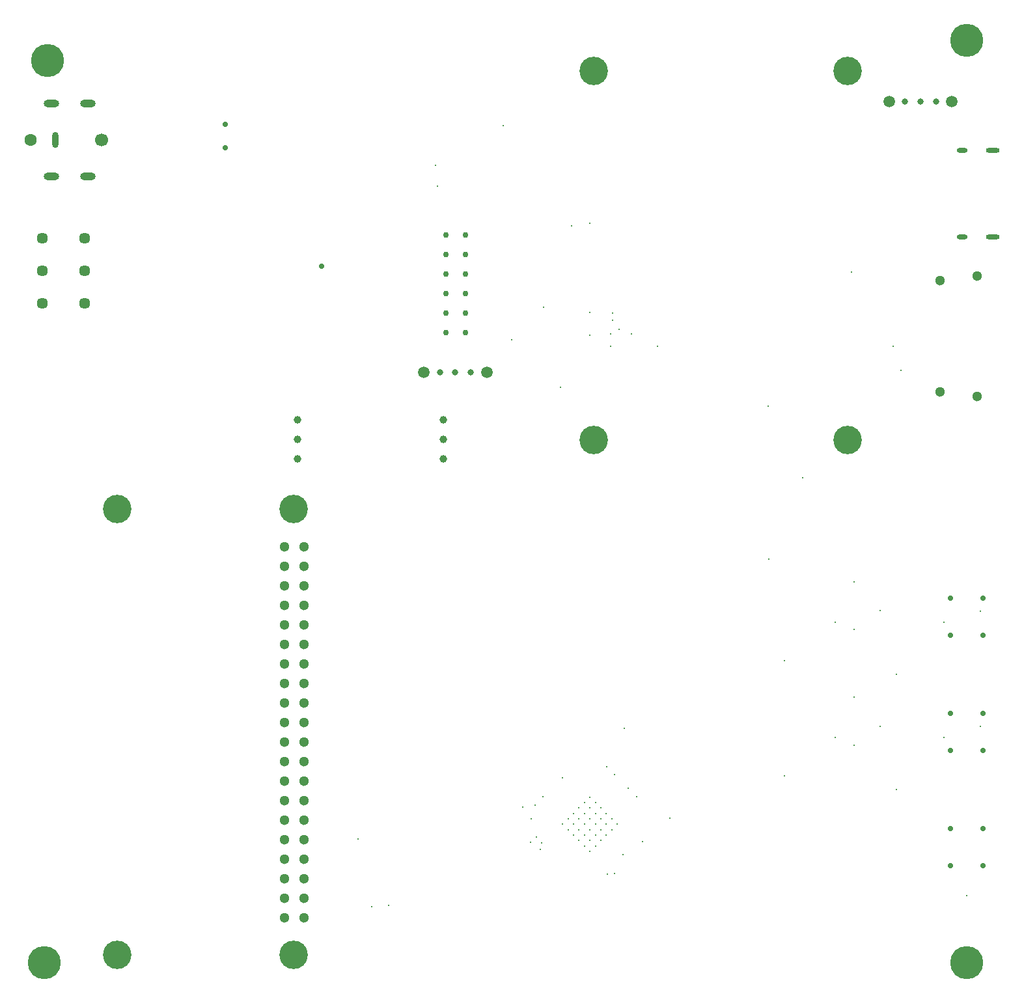
<source format=gbr>
%TF.GenerationSoftware,Altium Limited,Altium Designer,22.2.1 (43)*%
G04 Layer_Color=0*
%FSLAX26Y26*%
%MOIN*%
%TF.SameCoordinates,92DA24ED-A250-4A13-B4DD-B7D196A9CFE6*%
%TF.FilePolarity,Positive*%
%TF.FileFunction,Plated,1,8,PTH,Drill*%
%TF.Part,Single*%
G01*
G75*
%TA.AperFunction,ComponentDrill*%
%ADD179O,0.070866X0.023622*%
%ADD180O,0.055118X0.023622*%
%ADD181O,0.055118X0.023622*%
%ADD182C,0.027559*%
%ADD183C,0.057087*%
%ADD184C,0.051181*%
%ADD185O,0.078740X0.039370*%
%ADD186C,0.066929*%
%ADD187O,0.031496X0.082677*%
%ADD188C,0.062992*%
%ADD189C,0.031496*%
%ADD190C,0.059055*%
%ADD191C,0.039370*%
%ADD192C,0.169291*%
%ADD193C,0.145669*%
%ADD194C,0.030000*%
%TA.AperFunction,ViaDrill,NotFilled*%
%ADD195C,0.011811*%
%ADD196C,0.003937*%
%ADD197C,0.009842*%
%ADD198C,0.007874*%
%ADD199C,0.028000*%
D179*
X6039370Y4896850D02*
D03*
Y5339370D02*
D03*
D180*
X5881890Y4896850D02*
D03*
D181*
Y5339370D02*
D03*
D182*
X5820866Y2858268D02*
D03*
Y3047244D02*
D03*
X5990158D02*
D03*
Y2858268D02*
D03*
X5820866Y1677165D02*
D03*
Y1866142D02*
D03*
X5990158D02*
D03*
Y1677165D02*
D03*
X5820866Y2267716D02*
D03*
Y2456693D02*
D03*
X5990158D02*
D03*
Y2267716D02*
D03*
D183*
X1387795Y4889764D02*
D03*
Y4724409D02*
D03*
Y4559055D02*
D03*
X1171260Y4889764D02*
D03*
Y4724409D02*
D03*
Y4559055D02*
D03*
D184*
X2510866Y1412205D02*
D03*
X2410866D02*
D03*
X2510866Y1512205D02*
D03*
X2410866D02*
D03*
X2510866Y1612205D02*
D03*
X2410866D02*
D03*
X2510866Y1712205D02*
D03*
X2410866D02*
D03*
X2510866Y1812205D02*
D03*
X2410866D02*
D03*
X2510866Y1912205D02*
D03*
X2410866D02*
D03*
X2510866Y2012205D02*
D03*
X2410866D02*
D03*
X2510866Y2112205D02*
D03*
X2410866D02*
D03*
X2510866Y2212205D02*
D03*
X2410866D02*
D03*
X2510866Y2312205D02*
D03*
X2410866D02*
D03*
X2510866Y2412205D02*
D03*
X2410866D02*
D03*
X2510866Y2512205D02*
D03*
X2410866D02*
D03*
X2510866Y2612205D02*
D03*
X2410866D02*
D03*
X2510866Y2712205D02*
D03*
X2410866D02*
D03*
X2510866Y2812205D02*
D03*
X2410866D02*
D03*
X2510866Y2912205D02*
D03*
X2410866D02*
D03*
X2510866Y3012205D02*
D03*
X2410866D02*
D03*
X2510866Y3112205D02*
D03*
X2410866D02*
D03*
X2510866Y3212205D02*
D03*
X2410866D02*
D03*
X2510866Y3312205D02*
D03*
X2410866D02*
D03*
X5960630Y4080709D02*
D03*
X5767717Y4104331D02*
D03*
X5960630Y4698819D02*
D03*
X5767717Y4675197D02*
D03*
D185*
X1405512Y5206693D02*
D03*
Y5580709D02*
D03*
X1220472D02*
D03*
Y5206693D02*
D03*
D186*
X1476378Y5393701D02*
D03*
D187*
X1240158D02*
D03*
D188*
X1112205D02*
D03*
D189*
X5748032Y5590551D02*
D03*
X5669291D02*
D03*
X5590551D02*
D03*
X3208661Y4204724D02*
D03*
X3287402D02*
D03*
X3366142D02*
D03*
D190*
X5507874Y5590551D02*
D03*
X5830709D02*
D03*
X3448819Y4204724D02*
D03*
X3125984D02*
D03*
D191*
X3224409Y3962205D02*
D03*
Y3862205D02*
D03*
Y3762205D02*
D03*
X2480315Y3962205D02*
D03*
Y3862205D02*
D03*
Y3762205D02*
D03*
D192*
X5905512Y5905512D02*
D03*
X1181102Y1181102D02*
D03*
X1200000Y5800000D02*
D03*
X5905512Y1181102D02*
D03*
D193*
X2460630Y3503937D02*
D03*
X3996063Y3858268D02*
D03*
X5295276D02*
D03*
X3996063Y5748032D02*
D03*
X5295276D02*
D03*
X1555118Y3503937D02*
D03*
X2460630Y1220472D02*
D03*
X1555118D02*
D03*
D194*
X3339961Y4406299D02*
D03*
X3239961D02*
D03*
X3339961Y4806299D02*
D03*
X3239961D02*
D03*
Y4906299D02*
D03*
X3339961D02*
D03*
Y4706299D02*
D03*
X3239961D02*
D03*
X3339961Y4606299D02*
D03*
X3239961D02*
D03*
X3339961Y4506299D02*
D03*
X3239961D02*
D03*
D195*
X3920700Y1973280D02*
D03*
X3948539Y2001119D02*
D03*
X3976378Y2028958D02*
D03*
X4004217Y2001119D02*
D03*
X3976378Y1973280D02*
D03*
X3948539Y1945441D02*
D03*
X4115572Y1889764D02*
D03*
X4087733Y1861925D02*
D03*
X4059894Y1834086D02*
D03*
X4087733Y1917603D02*
D03*
X4059894Y1889764D02*
D03*
X4032056Y1861925D02*
D03*
X4059894Y1945441D02*
D03*
X4032056Y1917603D02*
D03*
X4004217Y1889764D02*
D03*
X4032056Y1973280D02*
D03*
X4004217Y1945441D02*
D03*
X3976378Y1917603D02*
D03*
X4032056Y1806247D02*
D03*
X4004217Y1778408D02*
D03*
X3976378Y1750570D02*
D03*
X3948539Y1778408D02*
D03*
X3976378Y1806247D02*
D03*
X4004217Y1834086D02*
D03*
X3837184Y1889764D02*
D03*
X3865023Y1917603D02*
D03*
X3892861Y1945441D02*
D03*
X3865023Y1861925D02*
D03*
X3892861Y1889764D02*
D03*
X3920700Y1917603D02*
D03*
X3892861Y1834086D02*
D03*
X3920700Y1861925D02*
D03*
X3948539Y1889764D02*
D03*
X3920700Y1806247D02*
D03*
X3948539Y1834086D02*
D03*
X3976378Y1861925D02*
D03*
D196*
X5519322Y1738553D02*
D03*
X5535329Y1722545D02*
D03*
X5487333Y2293179D02*
D03*
X5503341Y2277171D02*
D03*
X5502097Y2903415D02*
D03*
X5518104Y2887407D02*
D03*
X5531000Y2563000D02*
D03*
X3872000Y4596000D02*
D03*
X3873000Y4619000D02*
D03*
X5863000Y1761024D02*
D03*
Y1782614D02*
D03*
X5930000Y1761614D02*
D03*
Y1782480D02*
D03*
X5863000Y2352165D02*
D03*
Y2373032D02*
D03*
X5930000Y2352165D02*
D03*
Y2373032D02*
D03*
Y2964488D02*
D03*
Y2943780D02*
D03*
X5863000Y2964488D02*
D03*
Y2943780D02*
D03*
X3871877Y4644486D02*
D03*
X3873648Y4569883D02*
D03*
X3871458Y4531705D02*
D03*
X5642204Y2381299D02*
D03*
Y2402165D02*
D03*
X5629331Y1684646D02*
D03*
X5614724Y1699803D02*
D03*
X5629252Y2275276D02*
D03*
X5614803Y2290276D02*
D03*
X5668678Y1760630D02*
D03*
Y1782677D02*
D03*
Y2351968D02*
D03*
Y2372835D02*
D03*
X5640000Y1789764D02*
D03*
X5640986Y1812205D02*
D03*
X5668678Y2962795D02*
D03*
Y2941929D02*
D03*
X5614724Y2880905D02*
D03*
X5629331Y2865748D02*
D03*
X5642204Y2993110D02*
D03*
Y2972244D02*
D03*
X5755905Y1677165D02*
D03*
X5787402Y1740158D02*
D03*
X3881890Y4669291D02*
D03*
X5448819Y3751968D02*
D03*
Y3716535D02*
D03*
Y3610236D02*
D03*
Y3539370D02*
D03*
Y3503937D02*
D03*
X5708661Y1771653D02*
D03*
Y2952756D02*
D03*
Y2362205D02*
D03*
Y5118110D02*
D03*
X5905512Y1771653D02*
D03*
Y1757874D02*
D03*
Y1785433D02*
D03*
Y2952756D02*
D03*
Y2938976D02*
D03*
Y2966535D02*
D03*
Y2375984D02*
D03*
Y2348425D02*
D03*
Y2362205D02*
D03*
D197*
X4893000Y3247000D02*
D03*
D198*
X5568000Y4213000D02*
D03*
X3195000Y5158000D02*
D03*
X2859000Y1466000D02*
D03*
X2790000Y1815000D02*
D03*
X2946000Y1474000D02*
D03*
X3672000Y1798000D02*
D03*
X4246000Y1801000D02*
D03*
X5231000Y2923551D02*
D03*
Y2333000D02*
D03*
X3531496Y5468504D02*
D03*
X3185039Y5263779D02*
D03*
X3701772Y1822835D02*
D03*
X5314961Y4716535D02*
D03*
X5527559Y4338583D02*
D03*
X5905512Y1523622D02*
D03*
X5066929Y3665354D02*
D03*
X4889764Y4031496D02*
D03*
X3881890Y4952756D02*
D03*
X3739173Y4537402D02*
D03*
X3574803Y4370079D02*
D03*
X4127134Y4423000D02*
D03*
X3826772Y4125984D02*
D03*
X3976378Y4393701D02*
D03*
X4385827Y1921260D02*
D03*
X5330709Y2295276D02*
D03*
Y2885827D02*
D03*
Y3129921D02*
D03*
Y2539370D02*
D03*
X5547244Y2066929D02*
D03*
X4972441Y2137795D02*
D03*
Y2728347D02*
D03*
X5547244Y2657480D02*
D03*
X4082677Y4338583D02*
D03*
X4322835D02*
D03*
X4082677Y4401575D02*
D03*
X4188976D02*
D03*
X4153543Y2381890D02*
D03*
X3631890Y1978347D02*
D03*
X3677165Y1917323D02*
D03*
X3728347Y1795276D02*
D03*
X3724078Y1762205D02*
D03*
X4066929Y1632953D02*
D03*
X4146000Y1734000D02*
D03*
X3834900Y2128144D02*
D03*
X3737464Y2030708D02*
D03*
X3695706Y1988950D02*
D03*
X4103936Y1637464D02*
D03*
X4214758Y2031242D02*
D03*
X4061645Y2184355D02*
D03*
X4103403Y2142597D02*
D03*
X4173000Y2073000D02*
D03*
X5788000Y2924102D02*
D03*
X5975000Y2982102D02*
D03*
X5464000Y2982551D02*
D03*
Y2392000D02*
D03*
X4092056Y4506229D02*
D03*
X4091413Y4469413D02*
D03*
X3977000Y4512000D02*
D03*
X3976000Y4968000D02*
D03*
X5975000Y2391551D02*
D03*
X5788000Y2333551D02*
D03*
D199*
X2602000Y4749000D02*
D03*
X2110236Y5472441D02*
D03*
Y5354331D02*
D03*
%TF.MD5,c60996dce8107d73f223817d8f412e8e*%
M02*

</source>
